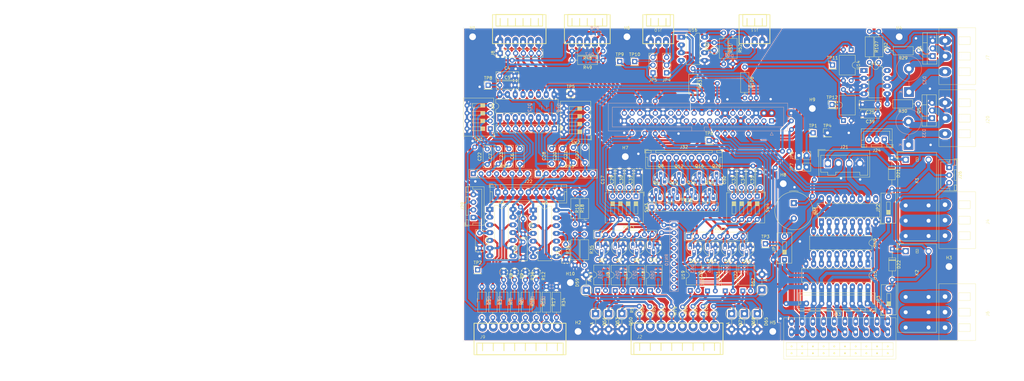
<source format=kicad_pcb>
(kicad_pcb
	(version 20240108)
	(generator "pcbnew")
	(generator_version "8.0")
	(general
		(thickness 1.6)
		(legacy_teardrops no)
	)
	(paper "A4")
	(layers
		(0 "F.Cu" signal)
		(1 "In1.Cu" signal)
		(2 "In2.Cu" signal)
		(31 "B.Cu" signal)
		(32 "B.Adhes" user "B.Adhesive")
		(33 "F.Adhes" user "F.Adhesive")
		(34 "B.Paste" user)
		(35 "F.Paste" user)
		(36 "B.SilkS" user "B.Silkscreen")
		(37 "F.SilkS" user "F.Silkscreen")
		(38 "B.Mask" user)
		(39 "F.Mask" user)
		(40 "Dwgs.User" user "User.Drawings")
		(41 "Cmts.User" user "User.Comments")
		(42 "Eco1.User" user "User.Eco1")
		(43 "Eco2.User" user "User.Eco2")
		(44 "Edge.Cuts" user)
		(45 "Margin" user)
		(46 "B.CrtYd" user "B.Courtyard")
		(47 "F.CrtYd" user "F.Courtyard")
		(48 "B.Fab" user)
		(49 "F.Fab" user)
		(50 "User.1" user)
		(51 "User.2" user)
		(52 "User.3" user)
		(53 "User.4" user)
		(54 "User.5" user)
		(55 "User.6" user)
		(56 "User.7" user)
		(57 "User.8" user)
		(58 "User.9" user)
	)
	(setup
		(stackup
			(layer "F.SilkS"
				(type "Top Silk Screen")
			)
			(layer "F.Paste"
				(type "Top Solder Paste")
			)
			(layer "F.Mask"
				(type "Top Solder Mask")
				(thickness 0.01)
			)
			(layer "F.Cu"
				(type "copper")
				(thickness 0.035)
			)
			(layer "dielectric 1"
				(type "prepreg")
				(thickness 0.1)
				(material "FR4")
				(epsilon_r 4.5)
				(loss_tangent 0.02)
			)
			(layer "In1.Cu"
				(type "copper")
				(thickness 0.035)
			)
			(layer "dielectric 2"
				(type "core")
				(thickness 1.24)
				(material "FR4")
				(epsilon_r 4.5)
				(loss_tangent 0.02)
			)
			(layer "In2.Cu"
				(type "copper")
				(thickness 0.035)
			)
			(layer "dielectric 3"
				(type "prepreg")
				(thickness 0.1)
				(material "FR4")
				(epsilon_r 4.5)
				(loss_tangent 0.02)
			)
			(layer "B.Cu"
				(type "copper")
				(thickness 0.035)
			)
			(layer "B.Mask"
				(type "Bottom Solder Mask")
				(thickness 0.01)
			)
			(layer "B.Paste"
				(type "Bottom Solder Paste")
			)
			(layer "B.SilkS"
				(type "Bottom Silk Screen")
				(color "Red")
			)
			(copper_finish "None")
			(dielectric_constraints no)
		)
		(pad_to_mask_clearance 0)
		(allow_soldermask_bridges_in_footprints no)
		(pcbplotparams
			(layerselection 0x00010fc_ffffffff)
			(plot_on_all_layers_selection 0x0000000_00000000)
			(disableapertmacros no)
			(usegerberextensions no)
			(usegerberattributes yes)
			(usegerberadvancedattributes yes)
			(creategerberjobfile yes)
			(dashed_line_dash_ratio 12.000000)
			(dashed_line_gap_ratio 3.000000)
			(svgprecision 4)
			(plotframeref no)
			(viasonmask no)
			(mode 1)
			(useauxorigin no)
			(hpglpennumber 1)
			(hpglpenspeed 20)
			(hpglpendiameter 15.000000)
			(pdf_front_fp_property_popups yes)
			(pdf_back_fp_property_popups yes)
			(dxfpolygonmode yes)
			(dxfimperialunits yes)
			(dxfusepcbnewfont yes)
			(psnegative no)
			(psa4output no)
			(plotreference yes)
			(plotvalue yes)
			(plotfptext yes)
			(plotinvisibletext no)
			(sketchpadsonfab no)
			(subtractmaskfromsilk no)
			(outputformat 1)
			(mirror no)
			(drillshape 1)
			(scaleselection 1)
			(outputdirectory "")
		)
	)
	(net 0 "")
	(net 1 "+5V")
	(net 2 "/Buzzer")
	(net 3 "GND")
	(net 4 "+3V3")
	(net 5 "/ADC_CH3")
	(net 6 "/ADC_CH1")
	(net 7 "+12V")
	(net 8 "/Dig-IN_1")
	(net 9 "-5V")
	(net 10 "/ADC_CH5")
	(net 11 "/ADC_CH6")
	(net 12 "/ADC_CH0")
	(net 13 "/ADC_CH2")
	(net 14 "/ADC_CH7")
	(net 15 "/ADC_CH4")
	(net 16 "/Dig-IN_2")
	(net 17 "/Dig-IN_3")
	(net 18 "/Dig-IN_4")
	(net 19 "/Dig-IN_5")
	(net 20 "/Dig-IN_6")
	(net 21 "/Dig-IN_7")
	(net 22 "/Dig-IN_8")
	(net 23 "OUT_Digital_1_open-drain")
	(net 24 "Net-(U3C-+)")
	(net 25 "Net-(U3D-+)")
	(net 26 "IN_Analog_6 (0-20mA)")
	(net 27 "IN_Analog_7 (0-20mA)")
	(net 28 "Net-(U9B-+)")
	(net 29 "/OUT_PWM_1_diode")
	(net 30 "/OUT_PWM_2_diode")
	(net 31 "Net-(U9A-+)")
	(net 32 "OUT_Digital_2_open-drain")
	(net 33 "OUT_Digital_3_open-drain")
	(net 34 "OUT_Digital_4_open-drain")
	(net 35 "OUT_Digital_5_open-drain")
	(net 36 "Net-(U3A-+)")
	(net 37 "I2C_SDA")
	(net 38 "RS485_B")
	(net 39 "RS485_A")
	(net 40 "Net-(D50-A1)")
	(net 41 "Net-(D51-A)")
	(net 42 "Net-(D53-A1)")
	(net 43 "Net-(D54-A)")
	(net 44 "Net-(D56-A1)")
	(net 45 "Net-(D57-A)")
	(net 46 "Net-(D59-A1)")
	(net 47 "Net-(D60-A)")
	(net 48 "Net-(D62-A1)")
	(net 49 "Net-(D63-A)")
	(net 50 "Net-(D65-A1)")
	(net 51 "Net-(D66-A)")
	(net 52 "Net-(D68-A1)")
	(net 53 "Net-(D69-A)")
	(net 54 "Net-(D71-A1)")
	(net 55 "Net-(D72-A)")
	(net 56 "unconnected-(J1-ID_SD{slash}GPIO0-Pad27)")
	(net 57 "/SPI_CE0_ADC")
	(net 58 "Net-(J1-3V3-Pad1)")
	(net 59 "/SPI0_miso_ADC")
	(net 60 "/UART_DIR-T")
	(net 61 "/SPI0_mosi_ADC")
	(net 62 "/SPI0_sclk_ADC")
	(net 63 "/UART_TX")
	(net 64 "/SPI1_miso_FREE")
	(net 65 "/SR-OUT_latch")
	(net 66 "/SPI1_mosi_FREE")
	(net 67 "/SR-OUT_clock")
	(net 68 "/SR-OUT_data")
	(net 69 "unconnected-(J1-ID_SC{slash}GPIO1-Pad28)")
	(net 70 "/SPI1_CE_FREE")
	(net 71 "/UART_RX")
	(net 72 "/OUT_PWM_2")
	(net 73 "/SPI1_sclk_FREE")
	(net 74 "/OUT_PWM_1")
	(net 75 "IN_Digital_8")
	(net 76 "IN_Digital_5")
	(net 77 "IN_Digital_2")
	(net 78 "IN_Digital_3")
	(net 79 "IN_Digital_4")
	(net 80 "IN_Digital_6")
	(net 81 "IN_Digital_7")
	(net 82 "IN_Digital_1")
	(net 83 "OUT_Digital_8")
	(net 84 "OUT_Digital_7_open-drain")
	(net 85 "OUT_Digital_2")
	(net 86 "OUT_Digital_4")
	(net 87 "OUT_Digital_5")
	(net 88 "OUT_Digital_6")
	(net 89 "OUT_Digital_3")
	(net 90 "OUT_Digital_7")
	(net 91 "OUT_Digital_8_open-drain")
	(net 92 "OUT_Digital_1")
	(net 93 "OUT_Digital_6_open-drain")
	(net 94 "Net-(J4-Pin_1)")
	(net 95 "Net-(J4-Pin_2)")
	(net 96 "Net-(J4-Pin_3)")
	(net 97 "OUT_Digital_COM_open-drain")
	(net 98 "Net-(J6-Pin_1)")
	(net 99 "Net-(J6-Pin_3)")
	(net 100 "Net-(J6-Pin_2)")
	(net 101 "IN_Analog_1 (0-3.3V)")
	(net 102 "IN_Analog_5 (0-24V)")
	(net 103 "IN_Analog_4 (0-12V)")
	(net 104 "IN_Analog_2 (0-5V)")
	(net 105 "IN_Analog_0 (0-3.3V)")
	(net 106 "IN_Analog_3 (0-5V)")
	(net 107 "Net-(Q1-G)")
	(net 108 "Net-(Q2-G)")
	(net 109 "Net-(Q2-D)")
	(net 110 "Net-(Q5-G)")
	(net 111 "Net-(C17-Pad1)")
	(net 112 "Net-(Q7-G)")
	(net 113 "Net-(Q7-D)")
	(net 114 "Net-(C29-Pad1)")
	(net 115 "Net-(Q9-G)")
	(net 116 "Net-(C30-Pad1)")
	(net 117 "Net-(Q10-G)")
	(net 118 "Net-(Q11-D)")
	(net 119 "Net-(Q11-G)")
	(net 120 "Net-(C31-Pad1)")
	(net 121 "Net-(Q13-G)")
	(net 122 "Net-(Q13-D)")
	(net 123 "Net-(C32-Pad1)")
	(net 124 "Net-(Q15-D)")
	(net 125 "Net-(Q15-G)")
	(net 126 "Net-(C33-Pad1)")
	(net 127 "Net-(Q17-G)")
	(net 128 "Net-(Q17-D)")
	(net 129 "Net-(C34-Pad1)")
	(net 130 "Net-(Q19-D)")
	(net 131 "Net-(Q19-G)")
	(net 132 "Net-(C35-Pad1)")
	(net 133 "Net-(U9C--)")
	(net 134 "Net-(U12-~{OUTA})")
	(net 135 "Net-(U12-~{OUTB})")
	(net 136 "Net-(U12-INB)")
	(net 137 "Net-(R33-Pad1)")
	(net 138 "Net-(U9D--)")
	(net 139 "Net-(U12-INA)")
	(net 140 "Net-(R108-Pad1)")
	(net 141 "unconnected-(U2-QH'-Pad9)")
	(net 142 "unconnected-(U12-NC-Pad8)")
	(net 143 "unconnected-(U12-NC-Pad1)")
	(net 144 "Net-(U3B-+)")
	(net 145 "/LED_analog-CH6")
	(net 146 "/LED_analog-CH2")
	(net 147 "/LED_analog-CH7")
	(net 148 "/LED_analog-CH5")
	(net 149 "/LED_analog-CH0")
	(net 150 "/LED_analog-CH1")
	(net 151 "/LED_analog-CH3")
	(net 152 "/LED_analog-CH4")
	(net 153 "/LED_digital-out_2")
	(net 154 "/LED_digital-out_8")
	(net 155 "/LED_digital-out_6")
	(net 156 "/LED_digital-out_5")
	(net 157 "/LED_digital-out_4")
	(net 158 "/LED_digital-out_7")
	(net 159 "/LED_digital-out_1")
	(net 160 "/LED_digital-out_3")
	(net 161 "/LED_relay-1")
	(net 162 "/LED_PWM-1")
	(net 163 "/LED_PWM-2")
	(net 164 "/LED_relay-2")
	(net 165 "Net-(RN9-R2.2)")
	(net 166 "Net-(RN9-R8.2)")
	(net 167 "Net-(RN9-R7.2)")
	(net 168 "Net-(RN9-R5.2)")
	(net 169 "Net-(RN9-R1.2)")
	(net 170 "Net-(RN9-R6.2)")
	(net 171 "Net-(RN9-R3.2)")
	(net 172 "Net-(RN9-R4.2)")
	(net 173 "/DIP_EN-Filter-ADC3")
	(net 174 "/DIP_EN-Filter-ADC1")
	(net 175 "/DIP_EN-Filter-ADC5")
	(net 176 "/DIP_EN-Filter-ADC6")
	(net 177 "/DIP_EN-Filter-ADC0")
	(net 178 "/DIP_EN-Filter-ADC2")
	(net 179 "/DIP_EN-Filter-ADC7")
	(net 180 "/DIP_EN-Filter-ADC4")
	(net 181 "I2C_SCL")
	(net 182 "Net-(J10-Pin_2)")
	(net 183 "Net-(J10-Pin_1)")
	(net 184 "Net-(JP4-A)")
	(net 185 "Net-(JP5-A)")
	(net 186 "Net-(JP6-A)")
	(net 187 "+5VP")
	(net 188 "+3V3P")
	(footprint "Connector_JST:JST_XH_B9B-XH-A_1x09_P2.50mm_Vertical" (layer "F.Cu") (at 98.7044 69.9008))
	(footprint "Resistor_THT:R_Axial_DIN0207_L6.3mm_D2.5mm_P2.54mm_Vertical" (layer "F.Cu") (at 118.646 34.699 90))
	(footprint "Button_Switch_THT:SW_DIP_SPSTx04_Slide_9.78x12.34mm_W7.62mm_P2.54mm" (layer "F.Cu") (at 45.2845 60.36 180))
	(footprint "Package_TO_SOT_THT:TO-92_HandSolder" (layer "F.Cu") (at 98.2726 82.4186))
	(footprint "Package_DIP:DIP-4_W10.16mm" (layer "F.Cu") (at 160.932 57.706 90))
	(footprint "Button_Switch_THT:SW_DIP_SPSTx01_Slide_9.78x4.72mm_W7.62mm_P2.54mm" (layer "F.Cu") (at 141.633 103.2365 90))
	(footprint "Relay_THT:Relay_SPDT_Omron_G2RL-1-E" (layer "F.Cu") (at 181.317 70.493))
	(footprint "Resistor_THT:R_Axial_DIN0207_L6.3mm_D2.5mm_P10.16mm_Horizontal" (layer "F.Cu") (at 66.957 112.0587 -90))
	(footprint "Package_DIP:DIP-8_W7.62mm_LongPads" (layer "F.Cu") (at 107.851 30.381))
	(footprint "Diode_THT:D_DO-15_P5.08mm_Vertical_AnodeUp" (layer "F.Cu") (at 76.708 113.284 90))
	(footprint "custom-footprints1:WAGO 713-1430 MINI HD Stiftleiste gewinkelt 2x10-polig, RM 3,5" (layer "F.Cu") (at 159.695 127.901))
	(footprint "Resistor_THT:R_Array_SIP8" (layer "F.Cu") (at 80.536 95.01305))
	(footprint "Resistor_THT:R_Axial_DIN0207_L6.3mm_D2.5mm_P10.16mm_Horizontal" (layer "F.Cu") (at 60.353 112.0587 -90))
	(footprint "Capacitor_THT:C_Disc_D7.0mm_W2.5mm_P5.00mm" (layer "F.Cu") (at 41.811 94.516 -90))
	(footprint "Package_DIP:DIP-4_W10.16mm" (layer "F.Cu") (at 86.2052 113.37185 90))
	(footprint "Capacitor_THT:C_Disc_D7.0mm_W2.5mm_P5.00mm" (layer "F.Cu") (at 47.867 71.899685 90))
	(footprint "Capacitor_THT:C_Disc_D7.0mm_W2.5mm_P5.00mm" (layer "F.Cu") (at 124.46 79.66335 90))
	(footprint "Capacitor_THT:C_Disc_D7.0mm_W2.5mm_P5.00mm" (layer "F.Cu") (at 93.7722 79.58085 90))
	(footprint "custom-footprints1:MountingHole_2.2mm_NPTH-with-pad" (layer "F.Cu") (at 141.224 78.359))
	(footprint "Capacitor_THT:C_Disc_D7.0mm_W2.5mm_P5.00mm" (layer "F.Cu") (at 87.6762 79.58085 90))
	(footprint "Resistor_THT:R_Axial_DIN0207_L6.3mm_D2.5mm_P2.54mm_Vertical" (layer "F.Cu") (at 108.2574 121.2404 90))
	(footprint "Package_DIP:DIP-4_W10.16mm" (layer "F.Cu") (at 116.4412 113.47785 90))
	(footprint "Capacitor_THT:C_Disc_D7.0mm_W2.5mm_P5.00mm" (layer "F.Cu") (at 68.949 71.842 90))
	(footprint "Package_TO_SOT_THT:TO-92_HandSolder" (layer "F.Cu") (at 100.0278 98.84405 180))
	(footprint "Connector_JST:JST_XH_B4B-XH-A_1x04_P2.50mm_Vertical" (layer "F.Cu") (at 39.762 89.436 90))
	(footprint "Resistor_THT:R_Axial_DIN0207_L6.3mm_D2.5mm_P2.54mm_Vertical" (layer "F.Cu") (at 114.963 121.059 90))
	(footprint "Resistor_THT:R_Axial_DIN0207_L6.3mm_D2.5mm_P10.16mm_Horizontal" (layer "F.Cu") (at 185.448 52.225 180))
	(footprint "Resistor_THT:R_Axial_DIN0207_L6.3mm_D2.5mm_P10.16mm_Horizontal"
		(layer "F.Cu")
		(uuid "22560aed-cde0-4746-90bf-93e3d8c73d7b")
		(at 172.494 28.476 -90)
		(descr "Resistor, Axial_DIN0207 series, Axial, Horizontal, pin pitch=10.16mm, 0.25W = 1/4W, length*diameter=6.3*2.5mm^2, http://cdn-reichelt.de/documents/datenblatt/B400/1_4W%23YAG.pdf")
		(tags "Resistor Axial_DIN0207 series Axial Horizontal pin pitch 10.16mm 0.25W = 1/4W length 6.3mm diameter 2.5mm")
		(property "Reference" "R32"
			(at 5.08 -2.37 90)
			(layer "F.SilkS")
			(uuid "ee2bb102-3a29-4c57-a595-1ca81a78f8e0")
			(effects
				(font
					(size 1 1)
					(thickness 0.15)
				)
			)
		)
		(property "Value" "4k7"
			(at 5.08 2.37 90)
			(layer "F.Fab")
			(uuid "638ca59b-de9a-4b0c-8a58-1221f0a91deb")
			(effects
				(font
					(size 1 1)
					(thickness 0.15)
				)
			)
		)
		(property "Footprint" "Resistor_THT:R_Axial_DIN0207_L6.3mm_D2.5mm_P10.16mm_Horizontal"
			(at 0 0 -90)
			(unlocked yes)
			(layer "F.Fab")
			(hide yes)
			(uuid "39d01a83-6ef4-4008-aaee-7d430d53f281")
			(effects
				(font
					(size 1.27 1.27)
					(thickness 0.15)
				)
			)
		)
		(property "Datasheet" "sortiment"
			(at 0 0 -90)
			(unlocked yes)
			(layer "F.Fab")
			(hide yes)
			(uuid "0988fd8d-5ec0-486e-b0ca-78eea3c12963")
			(effects
				(font
					(size 1.27 1.27)
					(thickness 0.15)
				)
			)
		)
		(property "Description" "Resistor"
			(at 0 0 -90)
			(unlocked yes)
			(layer "F.Fab")
			(hide yes)
			(uuid "81fdb6f0-fab4-4a3d-af8b-94aa47282db9")
			(effects
				(font
					(size 1.27 1.27)
					(thickness 0.15)
				)
			)
		)
		(property ki_fp_filters "R_*")
		(path "/c6fe806f-6933-468f-8f26-bbd8f04165ed")
		(sheetname "Root")
		(sheetfile "pi-interface-board_v1.0.kicad_sch")
		(attr through_hole)
		(fp_line
			(start 1.81 1.37)
			(end 8.35 1.37)
			(stroke
				(width 0.12)
				(type solid)
			)
			(layer "F.SilkS")
			(uuid "4139bb89-0c7f-40fe-b9da-7c5e569d0620")
		)
		(fp_line
			(start 8.35 1.37)
			(end 8.35 -1.37)
			(stroke
				(width 0.12)
				(type solid)
			)
			(layer "F.SilkS")
			(uuid "1f70aa22-0d3e-4047-930e-6680ac955d50")
		)
		(fp_line
			(start 1.04 0)
			(end 1.81 0)
			(stroke
				(width 0.12)
				(type solid)
			)
			(layer "F.SilkS")
			(uuid "58ce9669-a7a0-4137-96e2-0a330b57c615")
		)
		(fp_line
			(start 9.12 0)
			(end 8.35 0)
			(stroke
				(width 0.12)
				(type solid)
			)
			(layer "F.SilkS")
			(uuid "fcf50f7c-07f5-4a7a-8b76-ec0387df93fd")
		)
		(fp_line
			(start 1.81 -1.37)
			(end 1.81 1.37)
			(stroke
				(width 0.12)
				(type solid)
			)
			(layer "F.SilkS")
			(uuid "3871539e-3994-424e-bb93-a0dc2c66627f")
		)
		(fp_line
			(start 8.35 -1.37)
			(end 1.81 -1.37)
			(stroke
				(width 0.12)
				(type solid)
			)
			(layer "F.SilkS")
			(uuid "793594cf-ac3d-415d-89ac-b289632d8a28")
		)
		(fp_line
			(start -1.05 1.5)
			(end 11.21 1.5)
			(stroke
				(width 0.05)
				(type solid)
			)
			(layer "F.CrtYd")
			(uuid "5e672922-dfc5-4dec-bb88-042ecc657019")
		)
		(fp_line
			(start 11.21 1.5)
			(end 11.21 -1.5)
			(stroke
				(width 0.05)
				(type solid)
			)
			(layer "F.CrtYd")
			(uuid "9e8421ad-f2ec-4266-a296-5d60d4cedec2")
		)
		(fp_line
			(start -1.05 -1.5)
			(end -1.05 1.5)
			(stroke
				(width 0.05)
				(type solid)
			)
			(layer "F.CrtYd")
			(uuid "bc6ee9b5-f5e6-478d-a28e-ef6864e195ca")
		)
		(fp_line
			(start 11.21 -1.5)
			(end -1.05 -1.5)
			(stroke
				(width 0.05)
				(type solid)
			)
			(layer "F.CrtYd")
			(uuid "bf797601-f552-44b1-8151-978c85d73ce2")
		)
		(fp_line
			(start 1.93 1.25)
			(end 8.23 1.25)
			(stroke
				(width 0.1)
				(type solid)
			)
			(layer "F.Fab")
			(uuid "3c5024c7-02eb-4bdd-9ef4-854eda5874b3")
		)
		(fp_line
			(start 8.23 1.25)
			(end 8.23 -1.25)
			(stroke
				(width 0.1)
				(type solid)
			)
			(layer "F.Fab")
			(uuid "073e1983-859b-4e63-b7f7-3de2140bc4e6")
		)
		(fp_line
			(start 0 0)
			(end 1.93 0)
			(stroke
				(width 0.1)
				(type solid)
			)
			(layer "F.Fab")
			(uuid "e157fadd-0c60-47cb-8798-c2256717dd99")
		)
		(fp_line
			(start 10.16 0)
			(end 8.23 0)
			(stroke
				(width 0.1)
				(type solid)
			)
			(layer "F.Fab")
			(uuid "c86d6ced-6ed5-40db-b530-b8c136f55d3f")
		)
		(fp_line
			(start 1.93 -1.25)
			(end 1.93 1.25)
			(stroke
				(width 0.1)
				(type solid)
			)
			(layer "F.Fab")
			(uuid "97ace1f8-1541-4fa4-bf6b-9de82e185bbd")
		)
		(fp_line
			(start 8.23 -1.25)
			(end 1.93 -1.25)
			(stroke
				(width 0.1)
				(type solid)
			)
			(layer "F.Fab")
			(uuid "e25143e4-3525-40b2-aa6a-822f3af71cea")
		
... [2770582 chars truncated]
</source>
